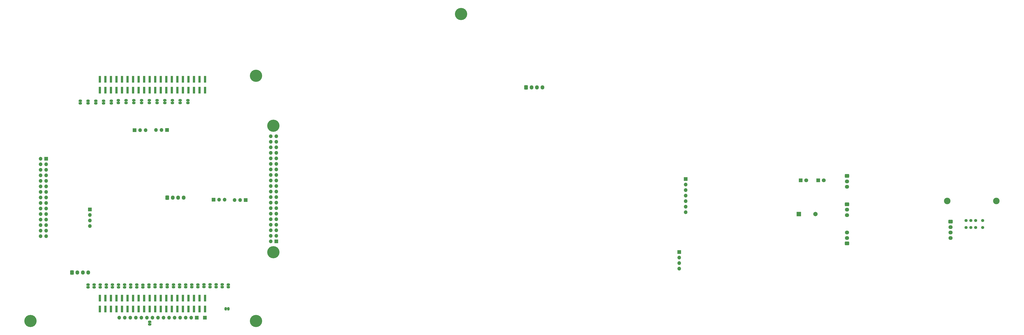
<source format=gbr>
%TF.GenerationSoftware,KiCad,Pcbnew,8.0.3-8.0.3-0~ubuntu22.04.1*%
%TF.CreationDate,2024-07-11T11:22:04+05:30*%
%TF.ProjectId,DUT_Interface_board_v0.2,4455545f-496e-4746-9572-666163655f62,rev?*%
%TF.SameCoordinates,Original*%
%TF.FileFunction,Copper,L4,Bot*%
%TF.FilePolarity,Positive*%
%FSLAX46Y46*%
G04 Gerber Fmt 4.6, Leading zero omitted, Abs format (unit mm)*
G04 Created by KiCad (PCBNEW 8.0.3-8.0.3-0~ubuntu22.04.1) date 2024-07-11 11:22:04*
%MOMM*%
%LPD*%
G01*
G04 APERTURE LIST*
G04 Aperture macros list*
%AMRoundRect*
0 Rectangle with rounded corners*
0 $1 Rounding radius*
0 $2 $3 $4 $5 $6 $7 $8 $9 X,Y pos of 4 corners*
0 Add a 4 corners polygon primitive as box body*
4,1,4,$2,$3,$4,$5,$6,$7,$8,$9,$2,$3,0*
0 Add four circle primitives for the rounded corners*
1,1,$1+$1,$2,$3*
1,1,$1+$1,$4,$5*
1,1,$1+$1,$6,$7*
1,1,$1+$1,$8,$9*
0 Add four rect primitives between the rounded corners*
20,1,$1+$1,$2,$3,$4,$5,0*
20,1,$1+$1,$4,$5,$6,$7,0*
20,1,$1+$1,$6,$7,$8,$9,0*
20,1,$1+$1,$8,$9,$2,$3,0*%
%AMFreePoly0*
4,1,19,0.500000,-0.750000,0.000000,-0.750000,0.000000,-0.744911,-0.071157,-0.744911,-0.207708,-0.704816,-0.327430,-0.627875,-0.420627,-0.520320,-0.479746,-0.390866,-0.500000,-0.250000,-0.500000,0.250000,-0.479746,0.390866,-0.420627,0.520320,-0.327430,0.627875,-0.207708,0.704816,-0.071157,0.744911,0.000000,0.744911,0.000000,0.750000,0.500000,0.750000,0.500000,-0.750000,0.500000,-0.750000,
$1*%
%AMFreePoly1*
4,1,19,0.000000,0.744911,0.071157,0.744911,0.207708,0.704816,0.327430,0.627875,0.420627,0.520320,0.479746,0.390866,0.500000,0.250000,0.500000,-0.250000,0.479746,-0.390866,0.420627,-0.520320,0.327430,-0.627875,0.207708,-0.704816,0.071157,-0.744911,0.000000,-0.744911,0.000000,-0.750000,-0.500000,-0.750000,-0.500000,0.750000,0.000000,0.750000,0.000000,0.744911,0.000000,0.744911,
$1*%
G04 Aperture macros list end*
%TA.AperFunction,EtchedComponent*%
%ADD10C,0.000000*%
%TD*%
%TA.AperFunction,ComponentPad*%
%ADD11RoundRect,0.250000X-0.600000X-0.725000X0.600000X-0.725000X0.600000X0.725000X-0.600000X0.725000X0*%
%TD*%
%TA.AperFunction,ComponentPad*%
%ADD12O,1.700000X1.950000*%
%TD*%
%TA.AperFunction,ComponentPad*%
%ADD13C,1.400000*%
%TD*%
%TA.AperFunction,ComponentPad*%
%ADD14C,5.600000*%
%TD*%
%TA.AperFunction,ComponentPad*%
%ADD15R,1.700000X1.700000*%
%TD*%
%TA.AperFunction,ComponentPad*%
%ADD16O,1.700000X1.700000*%
%TD*%
%TA.AperFunction,ComponentPad*%
%ADD17R,1.800000X1.800000*%
%TD*%
%TA.AperFunction,ComponentPad*%
%ADD18C,1.800000*%
%TD*%
%TA.AperFunction,ComponentPad*%
%ADD19RoundRect,0.250000X-0.725000X0.600000X-0.725000X-0.600000X0.725000X-0.600000X0.725000X0.600000X0*%
%TD*%
%TA.AperFunction,ComponentPad*%
%ADD20O,1.950000X1.700000*%
%TD*%
%TA.AperFunction,ComponentPad*%
%ADD21C,3.000000*%
%TD*%
%TA.AperFunction,ComponentPad*%
%ADD22RoundRect,0.250000X0.725000X-0.600000X0.725000X0.600000X-0.725000X0.600000X-0.725000X-0.600000X0*%
%TD*%
%TA.AperFunction,ComponentPad*%
%ADD23R,2.000000X2.000000*%
%TD*%
%TA.AperFunction,ComponentPad*%
%ADD24C,2.000000*%
%TD*%
%TA.AperFunction,SMDPad,CuDef*%
%ADD25FreePoly0,270.000000*%
%TD*%
%TA.AperFunction,SMDPad,CuDef*%
%ADD26FreePoly1,270.000000*%
%TD*%
%TA.AperFunction,SMDPad,CuDef*%
%ADD27R,1.000000X3.150000*%
%TD*%
%TA.AperFunction,SMDPad,CuDef*%
%ADD28FreePoly0,90.000000*%
%TD*%
%TA.AperFunction,SMDPad,CuDef*%
%ADD29FreePoly1,90.000000*%
%TD*%
%TA.AperFunction,SMDPad,CuDef*%
%ADD30FreePoly0,180.000000*%
%TD*%
%TA.AperFunction,SMDPad,CuDef*%
%ADD31FreePoly1,180.000000*%
%TD*%
G04 APERTURE END LIST*
D10*
%TA.AperFunction,EtchedComponent*%
%TO.C,JP51*%
G36*
X129848544Y-131760800D02*
G01*
X129248544Y-131760800D01*
X129248544Y-131260800D01*
X129848544Y-131260800D01*
X129848544Y-131760800D01*
G37*
%TD.AperFunction*%
%TA.AperFunction,EtchedComponent*%
%TO.C,JP75*%
G36*
X168994448Y-131704200D02*
G01*
X168394448Y-131704200D01*
X168394448Y-131204200D01*
X168994448Y-131204200D01*
X168994448Y-131704200D01*
G37*
%TD.AperFunction*%
%TA.AperFunction,EtchedComponent*%
%TO.C,JP60*%
G36*
X150282400Y-47102600D02*
G01*
X149682400Y-47102600D01*
X149682400Y-46602600D01*
X150282400Y-46602600D01*
X150282400Y-47102600D01*
G37*
%TD.AperFunction*%
%TA.AperFunction,EtchedComponent*%
%TO.C,JP58*%
G36*
X157382400Y-47102600D02*
G01*
X156782400Y-47102600D01*
X156782400Y-46602600D01*
X157382400Y-46602600D01*
X157382400Y-47102600D01*
G37*
%TD.AperFunction*%
%TA.AperFunction,EtchedComponent*%
%TO.C,JP66*%
G36*
X129333400Y-47331200D02*
G01*
X128733400Y-47331200D01*
X128733400Y-46831200D01*
X129333400Y-46831200D01*
X129333400Y-47331200D01*
G37*
%TD.AperFunction*%
%TA.AperFunction,EtchedComponent*%
%TO.C,JP68*%
G36*
X122233400Y-47331200D02*
G01*
X121633400Y-47331200D01*
X121633400Y-46831200D01*
X122233400Y-46831200D01*
X122233400Y-47331200D01*
G37*
%TD.AperFunction*%
%TA.AperFunction,EtchedComponent*%
%TO.C,JP67*%
G36*
X125783400Y-47331200D02*
G01*
X125183400Y-47331200D01*
X125183400Y-46831200D01*
X125783400Y-46831200D01*
X125783400Y-47331200D01*
G37*
%TD.AperFunction*%
%TA.AperFunction,EtchedComponent*%
%TO.C,JP80*%
G36*
X155013768Y-131714600D02*
G01*
X154413768Y-131714600D01*
X154413768Y-131214600D01*
X155013768Y-131214600D01*
X155013768Y-131714600D01*
G37*
%TD.AperFunction*%
%TA.AperFunction,EtchedComponent*%
%TO.C,JP56*%
G36*
X164482400Y-47102600D02*
G01*
X163882400Y-47102600D01*
X163882400Y-46602600D01*
X164482400Y-46602600D01*
X164482400Y-47102600D01*
G37*
%TD.AperFunction*%
%TA.AperFunction,EtchedComponent*%
%TO.C,JP65*%
G36*
X132532400Y-47102600D02*
G01*
X131932400Y-47102600D01*
X131932400Y-46602600D01*
X132532400Y-46602600D01*
X132532400Y-47102600D01*
G37*
%TD.AperFunction*%
%TA.AperFunction,EtchedComponent*%
%TO.C,JP55*%
G36*
X118664000Y-131760800D02*
G01*
X118064000Y-131760800D01*
X118064000Y-131260800D01*
X118664000Y-131260800D01*
X118664000Y-131760800D01*
G37*
%TD.AperFunction*%
%TA.AperFunction,EtchedComponent*%
%TO.C,JP49*%
G36*
X135440816Y-131760800D02*
G01*
X134840816Y-131760800D01*
X134840816Y-131260800D01*
X135440816Y-131260800D01*
X135440816Y-131760800D01*
G37*
%TD.AperFunction*%
%TA.AperFunction,EtchedComponent*%
%TO.C,JP16*%
G36*
X182353000Y-142311400D02*
G01*
X181853000Y-142311400D01*
X181853000Y-141711400D01*
X182353000Y-141711400D01*
X182353000Y-142311400D01*
G37*
%TD.AperFunction*%
%TA.AperFunction,EtchedComponent*%
%TO.C,JP78*%
G36*
X160606040Y-131714600D02*
G01*
X160006040Y-131714600D01*
X160006040Y-131214600D01*
X160606040Y-131214600D01*
X160606040Y-131714600D01*
G37*
%TD.AperFunction*%
%TA.AperFunction,EtchedComponent*%
%TO.C,JP15*%
G36*
X146908800Y-148855000D02*
G01*
X146308800Y-148855000D01*
X146308800Y-148355000D01*
X146908800Y-148355000D01*
X146908800Y-148855000D01*
G37*
%TD.AperFunction*%
%TA.AperFunction,EtchedComponent*%
%TO.C,JP57*%
G36*
X160932400Y-47102600D02*
G01*
X160332400Y-47102600D01*
X160332400Y-46602600D01*
X160932400Y-46602600D01*
X160932400Y-47102600D01*
G37*
%TD.AperFunction*%
%TA.AperFunction,EtchedComponent*%
%TO.C,JP71*%
G36*
X182975128Y-131699600D02*
G01*
X182375128Y-131699600D01*
X182375128Y-131199600D01*
X182975128Y-131199600D01*
X182975128Y-131699600D01*
G37*
%TD.AperFunction*%
%TA.AperFunction,EtchedComponent*%
%TO.C,JP87*%
G36*
X146625360Y-131714600D02*
G01*
X146025360Y-131714600D01*
X146025360Y-131214600D01*
X146625360Y-131214600D01*
X146625360Y-131714600D01*
G37*
%TD.AperFunction*%
%TA.AperFunction,EtchedComponent*%
%TO.C,JP86*%
G36*
X149421496Y-131714600D02*
G01*
X148821496Y-131714600D01*
X148821496Y-131214600D01*
X149421496Y-131214600D01*
X149421496Y-131714600D01*
G37*
%TD.AperFunction*%
%TA.AperFunction,EtchedComponent*%
%TO.C,JP54*%
G36*
X121460136Y-131760800D02*
G01*
X120860136Y-131760800D01*
X120860136Y-131260800D01*
X121460136Y-131260800D01*
X121460136Y-131760800D01*
G37*
%TD.AperFunction*%
%TA.AperFunction,EtchedComponent*%
%TO.C,JP72*%
G36*
X180178992Y-131689200D02*
G01*
X179578992Y-131689200D01*
X179578992Y-131189200D01*
X180178992Y-131189200D01*
X180178992Y-131689200D01*
G37*
%TD.AperFunction*%
%TA.AperFunction,EtchedComponent*%
%TO.C,JP73*%
G36*
X177382856Y-131689200D02*
G01*
X176782856Y-131689200D01*
X176782856Y-131189200D01*
X177382856Y-131189200D01*
X177382856Y-131689200D01*
G37*
%TD.AperFunction*%
%TA.AperFunction,EtchedComponent*%
%TO.C,JP59*%
G36*
X153832400Y-47102600D02*
G01*
X153232400Y-47102600D01*
X153232400Y-46602600D01*
X153832400Y-46602600D01*
X153832400Y-47102600D01*
G37*
%TD.AperFunction*%
%TA.AperFunction,EtchedComponent*%
%TO.C,JP61*%
G36*
X146732400Y-47102600D02*
G01*
X146132400Y-47102600D01*
X146132400Y-46602600D01*
X146732400Y-46602600D01*
X146732400Y-47102600D01*
G37*
%TD.AperFunction*%
%TA.AperFunction,EtchedComponent*%
%TO.C,JP85*%
G36*
X143829224Y-131811600D02*
G01*
X143229224Y-131811600D01*
X143229224Y-131311600D01*
X143829224Y-131311600D01*
X143829224Y-131811600D01*
G37*
%TD.AperFunction*%
%TA.AperFunction,EtchedComponent*%
%TO.C,JP70*%
G36*
X115133400Y-47331200D02*
G01*
X114533400Y-47331200D01*
X114533400Y-46831200D01*
X115133400Y-46831200D01*
X115133400Y-47331200D01*
G37*
%TD.AperFunction*%
%TA.AperFunction,EtchedComponent*%
%TO.C,JP62*%
G36*
X143182400Y-47102600D02*
G01*
X142582400Y-47102600D01*
X142582400Y-46602600D01*
X143182400Y-46602600D01*
X143182400Y-47102600D01*
G37*
%TD.AperFunction*%
%TA.AperFunction,EtchedComponent*%
%TO.C,JP50*%
G36*
X132644680Y-131760800D02*
G01*
X132044680Y-131760800D01*
X132044680Y-131260800D01*
X132644680Y-131260800D01*
X132644680Y-131760800D01*
G37*
%TD.AperFunction*%
%TA.AperFunction,EtchedComponent*%
%TO.C,JP53*%
G36*
X124256272Y-131760800D02*
G01*
X123656272Y-131760800D01*
X123656272Y-131260800D01*
X124256272Y-131260800D01*
X124256272Y-131760800D01*
G37*
%TD.AperFunction*%
%TA.AperFunction,EtchedComponent*%
%TO.C,JP63*%
G36*
X139632400Y-47102600D02*
G01*
X139032400Y-47102600D01*
X139032400Y-46602600D01*
X139632400Y-46602600D01*
X139632400Y-47102600D01*
G37*
%TD.AperFunction*%
%TA.AperFunction,EtchedComponent*%
%TO.C,JP52*%
G36*
X127052408Y-131760800D02*
G01*
X126452408Y-131760800D01*
X126452408Y-131260800D01*
X127052408Y-131260800D01*
X127052408Y-131760800D01*
G37*
%TD.AperFunction*%
%TA.AperFunction,EtchedComponent*%
%TO.C,JP14*%
G36*
X171790584Y-131663800D02*
G01*
X171190584Y-131663800D01*
X171190584Y-131163800D01*
X171790584Y-131163800D01*
X171790584Y-131663800D01*
G37*
%TD.AperFunction*%
%TA.AperFunction,EtchedComponent*%
%TO.C,JP77*%
G36*
X163402176Y-131714600D02*
G01*
X162802176Y-131714600D01*
X162802176Y-131214600D01*
X163402176Y-131214600D01*
X163402176Y-131714600D01*
G37*
%TD.AperFunction*%
%TA.AperFunction,EtchedComponent*%
%TO.C,JP74*%
G36*
X174586720Y-131689200D02*
G01*
X173986720Y-131689200D01*
X173986720Y-131189200D01*
X174586720Y-131189200D01*
X174586720Y-131689200D01*
G37*
%TD.AperFunction*%
%TA.AperFunction,EtchedComponent*%
%TO.C,JP81*%
G36*
X152217632Y-131714600D02*
G01*
X151617632Y-131714600D01*
X151617632Y-131214600D01*
X152217632Y-131214600D01*
X152217632Y-131714600D01*
G37*
%TD.AperFunction*%
%TA.AperFunction,EtchedComponent*%
%TO.C,JP76*%
G36*
X166198312Y-131704200D02*
G01*
X165598312Y-131704200D01*
X165598312Y-131204200D01*
X166198312Y-131204200D01*
X166198312Y-131704200D01*
G37*
%TD.AperFunction*%
%TA.AperFunction,EtchedComponent*%
%TO.C,JP69*%
G36*
X118683400Y-47331200D02*
G01*
X118083400Y-47331200D01*
X118083400Y-46831200D01*
X118683400Y-46831200D01*
X118683400Y-47331200D01*
G37*
%TD.AperFunction*%
%TA.AperFunction,EtchedComponent*%
%TO.C,JP48*%
G36*
X138236952Y-131760800D02*
G01*
X137636952Y-131760800D01*
X137636952Y-131260800D01*
X138236952Y-131260800D01*
X138236952Y-131760800D01*
G37*
%TD.AperFunction*%
%TA.AperFunction,EtchedComponent*%
%TO.C,JP79*%
G36*
X157809904Y-131714600D02*
G01*
X157209904Y-131714600D01*
X157209904Y-131214600D01*
X157809904Y-131214600D01*
X157809904Y-131714600D01*
G37*
%TD.AperFunction*%
%TA.AperFunction,EtchedComponent*%
%TO.C,JP47*%
G36*
X141033088Y-131760800D02*
G01*
X140433088Y-131760800D01*
X140433088Y-131260800D01*
X141033088Y-131260800D01*
X141033088Y-131760800D01*
G37*
%TD.AperFunction*%
%TA.AperFunction,EtchedComponent*%
%TO.C,JP64*%
G36*
X136082400Y-47102600D02*
G01*
X135482400Y-47102600D01*
X135482400Y-46602600D01*
X136082400Y-46602600D01*
X136082400Y-47102600D01*
G37*
%TD.AperFunction*%
%TD*%
D11*
%TO.P,J17,1,Pin_1*%
%TO.N,+3V3*%
X110950000Y-125310000D03*
D12*
%TO.P,J17,2,Pin_2*%
%TO.N,/RP2040_basic_schema/TX*%
X113450000Y-125310000D03*
%TO.P,J17,3,Pin_3*%
%TO.N,/RP2040_basic_schema/RX*%
X115950000Y-125310000D03*
%TO.P,J17,4,Pin_4*%
%TO.N,GND*%
X118450000Y-125310000D03*
%TD*%
D13*
%TO.P,K1,1*%
%TO.N,VSYS*%
X528700000Y-101500000D03*
%TO.P,K1,2*%
%TO.N,/PP_OUT*%
X525500000Y-101500000D03*
%TO.P,K1,3*%
%TO.N,Net-(F1-Pad1)*%
X523300000Y-101500000D03*
%TO.P,K1,4*%
%TO.N,+3.6V*%
X521100000Y-101500000D03*
%TO.P,K1,5*%
%TO.N,GND*%
X521100000Y-104700000D03*
%TO.P,K1,6*%
%TO.N,/pwr_GND*%
X523300000Y-104700000D03*
%TO.P,K1,7*%
%TO.N,/PP_GND*%
X525500000Y-104700000D03*
%TO.P,K1,8*%
%TO.N,Net-(D1-A)*%
X528700000Y-104700000D03*
%TD*%
D11*
%TO.P,J10,1,Pin_1*%
%TO.N,/sens_SCL_ext*%
X319292500Y-40320000D03*
D12*
%TO.P,J10,2,Pin_2*%
%TO.N,/sens_SDA_ext*%
X321792500Y-40320000D03*
%TO.P,J10,3,Pin_3*%
%TO.N,/V_I2C*%
X324292500Y-40320000D03*
%TO.P,J10,4,Pin_4*%
%TO.N,GND*%
X326792500Y-40320000D03*
%TD*%
D14*
%TO.P,H1,1,1*%
%TO.N,unconnected-(H1-Pad1)*%
X289468000Y-6606600D03*
%TD*%
D11*
%TO.P,J19,1,Pin_1*%
%TO.N,+3V3*%
X154679000Y-90982800D03*
D12*
%TO.P,J19,2,Pin_2*%
%TO.N,/RP2040_basic_schema1/TX*%
X157179000Y-90982800D03*
%TO.P,J19,3,Pin_3*%
%TO.N,/RP2040_basic_schema1/RX*%
X159679000Y-90982800D03*
%TO.P,J19,4,Pin_4*%
%TO.N,GND*%
X162179000Y-90982800D03*
%TD*%
D15*
%TO.P,J5,1,Pin_1*%
%TO.N,GNDA*%
X99160000Y-73090000D03*
D16*
%TO.P,J5,2,Pin_2*%
%TO.N,/1+*%
X96620000Y-73090000D03*
%TO.P,J5,3,Pin_3*%
%TO.N,GNDA*%
X99160000Y-75630000D03*
%TO.P,J5,4,Pin_4*%
%TO.N,/2+*%
X96620000Y-75630000D03*
%TO.P,J5,5,Pin_5*%
%TO.N,GND*%
X99160000Y-78170000D03*
%TO.P,J5,6,Pin_6*%
X96620000Y-78170000D03*
%TO.P,J5,7,Pin_7*%
%TO.N,/V-*%
X99160000Y-80710000D03*
%TO.P,J5,8,Pin_8*%
%TO.N,/V+*%
X96620000Y-80710000D03*
%TO.P,J5,9,Pin_9*%
%TO.N,/W2*%
X99160000Y-83250000D03*
%TO.P,J5,10,Pin_10*%
%TO.N,/W1*%
X96620000Y-83250000D03*
%TO.P,J5,11,Pin_11*%
%TO.N,GND*%
X99160000Y-85790000D03*
%TO.P,J5,12,Pin_12*%
X96620000Y-85790000D03*
%TO.P,J5,13,Pin_13*%
%TO.N,/T2*%
X99160000Y-88330000D03*
%TO.P,J5,14,Pin_14*%
%TO.N,/T1*%
X96620000Y-88330000D03*
%TO.P,J5,15,Pin_15*%
%TO.N,/DIO8*%
X99160000Y-90870000D03*
%TO.P,J5,16,Pin_16*%
%TO.N,/DIO0*%
X96620000Y-90870000D03*
%TO.P,J5,17,Pin_17*%
%TO.N,/DIO9*%
X99160000Y-93410000D03*
%TO.P,J5,18,Pin_18*%
%TO.N,/DIO1*%
X96620000Y-93410000D03*
%TO.P,J5,19,Pin_19*%
%TO.N,/DIO10*%
X99160000Y-95950000D03*
%TO.P,J5,20,Pin_20*%
%TO.N,/DIO2*%
X96620000Y-95950000D03*
%TO.P,J5,21,Pin_21*%
%TO.N,/DIO11*%
X99160000Y-98490000D03*
%TO.P,J5,22,Pin_22*%
%TO.N,/DIO3*%
X96620000Y-98490000D03*
%TO.P,J5,23,Pin_23*%
%TO.N,/DIO12*%
X99160000Y-101030000D03*
%TO.P,J5,24,Pin_24*%
%TO.N,/DIO4*%
X96620000Y-101030000D03*
%TO.P,J5,25,Pin_25*%
%TO.N,/DIO13*%
X99160000Y-103570000D03*
%TO.P,J5,26,Pin_26*%
%TO.N,/DIO5*%
X96620000Y-103570000D03*
%TO.P,J5,27,Pin_27*%
%TO.N,/DIO14*%
X99160000Y-106110000D03*
%TO.P,J5,28,Pin_28*%
%TO.N,/DIO6*%
X96620000Y-106110000D03*
%TO.P,J5,29,Pin_29*%
%TO.N,/DIO15*%
X99160000Y-108650000D03*
%TO.P,J5,30,Pin_30*%
%TO.N,/DIO7*%
X96620000Y-108650000D03*
%TD*%
D14*
%TO.P,H2,1,1*%
%TO.N,unconnected-(H2-Pad1)*%
X203395000Y-116030000D03*
%TD*%
%TO.P,H3,1,1*%
%TO.N,unconnected-(H3-Pad1)*%
X203370000Y-57928221D03*
%TD*%
%TO.P,H5,1,1*%
%TO.N,unconnected-(H5-Pad1)*%
X195376800Y-147574000D03*
%TD*%
D15*
%TO.P,J4,1,3V3*%
%TO.N,unconnected-(J4-3V3-Pad1)*%
X204670000Y-111070000D03*
D16*
%TO.P,J4,2,5V*%
%TO.N,RPi_5V*%
X202130000Y-111070000D03*
%TO.P,J4,3,SDA/GPIO2*%
%TO.N,Net-(J4-SDA{slash}GPIO2)*%
X204670000Y-108530000D03*
%TO.P,J4,4,5V*%
%TO.N,RPi_5V*%
X202130000Y-108530000D03*
%TO.P,J4,5,SCL/GPIO3*%
%TO.N,Net-(J4-SCL{slash}GPIO3)*%
X204670000Y-105990000D03*
%TO.P,J4,6,GND*%
%TO.N,GND*%
X202130000Y-105990000D03*
%TO.P,J4,7,GCLK0/GPIO4*%
%TO.N,unconnected-(J4-GCLK0{slash}GPIO4-Pad7)*%
X204670000Y-103450000D03*
%TO.P,J4,8,GPIO14/TXD*%
%TO.N,/PicoA_RX0_OUT*%
X202130000Y-103450000D03*
%TO.P,J4,9,GND*%
%TO.N,GND*%
X204670000Y-100910000D03*
%TO.P,J4,10,GPIO15/RXD*%
%TO.N,/PicoA_TX0_OUT*%
X202130000Y-100910000D03*
%TO.P,J4,11,GPIO17*%
%TO.N,unconnected-(J4-GPIO17-Pad11)*%
X204670000Y-98370000D03*
%TO.P,J4,12,GPIO18/PWM0*%
%TO.N,Net-(J4-GPIO18{slash}PWM0)*%
X202130000Y-98370000D03*
%TO.P,J4,13,GPIO27*%
%TO.N,Net-(J4-GPIO27)*%
X204670000Y-95830000D03*
%TO.P,J4,14,GND*%
%TO.N,GND*%
X202130000Y-95830000D03*
%TO.P,J4,15,GPIO22*%
%TO.N,Net-(J4-GPIO22)*%
X204670000Y-93290000D03*
%TO.P,J4,16,GPIO23*%
%TO.N,Net-(J4-GPIO23)*%
X202130000Y-93290000D03*
%TO.P,J4,17,3V3*%
%TO.N,unconnected-(J4-3V3-Pad17)*%
X204670000Y-90750000D03*
%TO.P,J4,18,GPIO24*%
%TO.N,Net-(J4-GPIO24)*%
X202130000Y-90750000D03*
%TO.P,J4,19,MOSI0/GPIO10*%
%TO.N,unconnected-(J4-MOSI0{slash}GPIO10-Pad19)*%
X204670000Y-88210000D03*
%TO.P,J4,20,GND*%
%TO.N,GND*%
X202130000Y-88210000D03*
%TO.P,J4,21,MISO0/GPIO9*%
%TO.N,unconnected-(J4-MISO0{slash}GPIO9-Pad21)*%
X204670000Y-85670000D03*
%TO.P,J4,22,GPIO25*%
%TO.N,Net-(J4-GPIO25)*%
X202130000Y-85670000D03*
%TO.P,J4,23,SCLK0/GPIO11*%
%TO.N,unconnected-(J4-SCLK0{slash}GPIO11-Pad23)*%
X204670000Y-83130000D03*
%TO.P,J4,24,~{CE0}/GPIO8*%
%TO.N,unconnected-(J4-~{CE0}{slash}GPIO8-Pad24)*%
X202130000Y-83130000D03*
%TO.P,J4,25,GND*%
%TO.N,GND*%
X204670000Y-80590000D03*
%TO.P,J4,26,~{CE1}/GPIO7*%
%TO.N,unconnected-(J4-~{CE1}{slash}GPIO7-Pad26)*%
X202130000Y-80590000D03*
%TO.P,J4,27,ID_SD/GPIO0*%
%TO.N,/PicoB_RX0_OUT*%
X204670000Y-78050000D03*
%TO.P,J4,28,ID_SC/GPIO1*%
%TO.N,/PicoB_TX0_OUT*%
X202130000Y-78050000D03*
%TO.P,J4,29,GCLK1/GPIO5*%
%TO.N,unconnected-(J4-GCLK1{slash}GPIO5-Pad29)*%
X204670000Y-75510000D03*
%TO.P,J4,30,GND*%
%TO.N,GND*%
X202130000Y-75510000D03*
%TO.P,J4,31,GCLK2/GPIO6*%
%TO.N,unconnected-(J4-GCLK2{slash}GPIO6-Pad31)*%
X204670000Y-72970000D03*
%TO.P,J4,32,PWM0/GPIO12*%
%TO.N,unconnected-(J4-PWM0{slash}GPIO12-Pad32)*%
X202130000Y-72970000D03*
%TO.P,J4,33,PWM1/GPIO13*%
%TO.N,unconnected-(J4-PWM1{slash}GPIO13-Pad33)*%
X204670000Y-70430000D03*
%TO.P,J4,34,GND*%
%TO.N,GND*%
X202130000Y-70430000D03*
%TO.P,J4,35,GPIO19/MISO1*%
%TO.N,unconnected-(J4-GPIO19{slash}MISO1-Pad35)*%
X204670000Y-67890000D03*
%TO.P,J4,36,GPIO16*%
%TO.N,unconnected-(J4-GPIO16-Pad36)*%
X202130000Y-67890000D03*
%TO.P,J4,37,GPIO26*%
%TO.N,Net-(J4-GPIO26)*%
X204670000Y-65350000D03*
%TO.P,J4,38,GPIO20/MOSI1*%
%TO.N,unconnected-(J4-GPIO20{slash}MOSI1-Pad38)*%
X202130000Y-65350000D03*
%TO.P,J4,39,GND*%
%TO.N,GND*%
X204670000Y-62810000D03*
%TO.P,J4,40,GPIO21/SCLK1*%
%TO.N,unconnected-(J4-GPIO21{slash}SCLK1-Pad40)*%
X202130000Y-62810000D03*
%TD*%
D15*
%TO.P,J18,1,Pin_1*%
%TO.N,/SWCLK*%
X154622000Y-59847800D03*
D16*
%TO.P,J18,2,Pin_2*%
%TO.N,GND*%
X152082000Y-59847800D03*
%TO.P,J18,3,Pin_3*%
%TO.N,/SWD*%
X149542000Y-59847800D03*
%TD*%
D17*
%TO.P,D5,1,K*%
%TO.N,Net-(D5-K)*%
X445285000Y-83000000D03*
D18*
%TO.P,D5,2,A*%
%TO.N,/LED_RED*%
X447825000Y-83000000D03*
%TD*%
D15*
%TO.P,J22,1,Pin_1*%
%TO.N,Net-(J22-Pin_1)*%
X171907200Y-146100800D03*
%TD*%
%TO.P,J3,1,Pin_1*%
%TO.N,/VBUS*%
X389500000Y-115960000D03*
D16*
%TO.P,J3,2,Pin_2*%
%TO.N,/2D-*%
X389500000Y-118500000D03*
%TO.P,J3,3,Pin_3*%
%TO.N,/2D+*%
X389500000Y-121040000D03*
%TO.P,J3,4,Pin_4*%
%TO.N,GND*%
X389500000Y-123580000D03*
%TD*%
D14*
%TO.P,H6,1,1*%
%TO.N,unconnected-(H6-Pad1)*%
X195376800Y-35026600D03*
%TD*%
%TO.P,H4,1,1*%
%TO.N,unconnected-(H4-Pad1)*%
X91948000Y-147574000D03*
%TD*%
D15*
%TO.P,J24,1,Pin_1*%
%TO.N,Net-(J24-Pin_1)*%
X139692000Y-59997800D03*
D16*
%TO.P,J24,2,Pin_2*%
%TO.N,/MCU2_RESET*%
X142232000Y-59997800D03*
%TO.P,J24,3,Pin_3*%
%TO.N,Net-(J24-Pin_3)*%
X144772000Y-59997800D03*
%TD*%
D15*
%TO.P,J23,1,Pin_1*%
%TO.N,Net-(J23-Pin_1)*%
X175964900Y-91918600D03*
D16*
%TO.P,J23,2,Pin_2*%
%TO.N,/MCU1_RESET*%
X178504900Y-91918600D03*
%TO.P,J23,3,Pin_3*%
%TO.N,Net-(J23-Pin_3)*%
X181044900Y-91918600D03*
%TD*%
D15*
%TO.P,J1,1,Pin_1*%
%TO.N,/VBUS*%
X119204600Y-96413400D03*
D16*
%TO.P,J1,2,Pin_2*%
%TO.N,/1D-*%
X119204600Y-98953400D03*
%TO.P,J1,3,Pin_3*%
%TO.N,/1D+*%
X119204600Y-101493400D03*
%TO.P,J1,4,Pin_4*%
%TO.N,GND*%
X119204600Y-104033400D03*
%TD*%
D15*
%TO.P,J9,1,Pin_1*%
%TO.N,Net-(J22-Pin_1)*%
X168182000Y-146100800D03*
D16*
%TO.P,J9,2,Pin_2*%
%TO.N,unconnected-(J9-Pin_2-Pad2)*%
X165642000Y-146100800D03*
%TO.P,J9,3,Pin_3*%
%TO.N,Net-(J25-Pin_2)*%
X163102000Y-146100800D03*
%TO.P,J9,4,Pin_4*%
%TO.N,Net-(J25-Pin_4)*%
X160562000Y-146100800D03*
%TO.P,J9,5,Pin_5*%
%TO.N,unconnected-(J9-Pin_5-Pad5)*%
X158022000Y-146100800D03*
%TO.P,J9,6,Pin_6*%
%TO.N,Net-(J20-Pin_2)*%
X155482000Y-146100800D03*
%TO.P,J9,7,Pin_7*%
%TO.N,Net-(J20-Pin_4)*%
X152942000Y-146100800D03*
%TO.P,J9,8,Pin_8*%
%TO.N,Net-(J20-Pin_6)*%
X150402000Y-146100800D03*
%TO.P,J9,9,Pin_9*%
%TO.N,Net-(J20-Pin_8)*%
X147862000Y-146100800D03*
%TO.P,J9,10,Pin_10*%
%TO.N,Net-(J20-Pin_10)*%
X145322000Y-146100800D03*
%TO.P,J9,11,Pin_11*%
%TO.N,Net-(J20-Pin_12)*%
X142782000Y-146100800D03*
%TO.P,J9,12,Pin_12*%
%TO.N,Net-(J20-Pin_14)*%
X140242000Y-146100800D03*
%TO.P,J9,13,Pin_13*%
%TO.N,Net-(J20-Pin_16)*%
X137702000Y-146100800D03*
%TO.P,J9,14,Pin_14*%
%TO.N,unconnected-(J9-Pin_14-Pad14)*%
X135162000Y-146100800D03*
%TO.P,J9,15,Pin_15*%
%TO.N,GND*%
X132622000Y-146100800D03*
%TD*%
D19*
%TO.P,J12,1,Pin_1*%
%TO.N,VSYS*%
X466500000Y-94000000D03*
D20*
%TO.P,J12,2,Pin_2*%
%TO.N,/R_Servo*%
X466500000Y-96500000D03*
%TO.P,J12,3,Pin_3*%
%TO.N,GND*%
X466500000Y-99000000D03*
%TD*%
D17*
%TO.P,D6,1,K*%
%TO.N,Net-(D6-K)*%
X453285000Y-83000000D03*
D18*
%TO.P,D6,2,A*%
%TO.N,/LED_GREEN*%
X455825000Y-83000000D03*
%TD*%
D15*
%TO.P,J16,1,Pin_1*%
%TO.N,/SWCLK*%
X190642400Y-92033600D03*
D16*
%TO.P,J16,2,Pin_2*%
%TO.N,GND*%
X188102400Y-92033600D03*
%TO.P,J16,3,Pin_3*%
%TO.N,/SWD*%
X185562400Y-92033600D03*
%TD*%
D19*
%TO.P,J2,1,Pin_1*%
%TO.N,/PP_GND*%
X514000000Y-102000000D03*
D20*
%TO.P,J2,2,Pin_2*%
%TO.N,/PP_OUT*%
X514000000Y-104500000D03*
%TO.P,J2,3,Pin_3*%
%TO.N,/PP_IN*%
X514000000Y-107000000D03*
%TO.P,J2,4,Pin_4*%
%TO.N,/PP_GND*%
X514000000Y-109500000D03*
%TD*%
D21*
%TO.P,F1,1*%
%TO.N,Net-(F1-Pad1)*%
X535000000Y-92500000D03*
%TO.P,F1,2*%
%TO.N,/shunt_+*%
X512500000Y-92500000D03*
%TD*%
D15*
%TO.P,J6,1,Pin_1*%
%TO.N,VSYS*%
X392542500Y-82425000D03*
D16*
%TO.P,J6,2,Pin_2*%
%TO.N,GND*%
X392542500Y-84965000D03*
%TO.P,J6,3,Pin_3*%
%TO.N,+3V3*%
X392542500Y-87505000D03*
%TO.P,J6,4,Pin_4*%
%TO.N,/sens_SCL_ext*%
X392542500Y-90045000D03*
%TO.P,J6,5,Pin_5*%
%TO.N,/sens_SDA_ext*%
X392542500Y-92585000D03*
%TO.P,J6,6,Pin_6*%
%TO.N,/clr_sens_INT*%
X392542500Y-95125000D03*
%TO.P,J6,7,Pin_7*%
%TO.N,/clr_sens_LED*%
X392542500Y-97665000D03*
%TD*%
D22*
%TO.P,J11,1,Pin_1*%
%TO.N,+3V3*%
X466500000Y-112000000D03*
D20*
%TO.P,J11,2,Pin_2*%
%TO.N,Net-(J11-Pin_2)*%
X466500000Y-109500000D03*
%TO.P,J11,3,Pin_3*%
%TO.N,GND*%
X466500000Y-107000000D03*
%TD*%
D19*
%TO.P,J13,1,Pin_1*%
%TO.N,VSYS*%
X466500000Y-81000000D03*
D20*
%TO.P,J13,2,Pin_2*%
%TO.N,/B_Servo*%
X466500000Y-83500000D03*
%TO.P,J13,3,Pin_3*%
%TO.N,GND*%
X466500000Y-86000000D03*
%TD*%
D23*
%TO.P,BZ1,1,+*%
%TO.N,VSYS*%
X444423431Y-98470000D03*
D24*
%TO.P,BZ1,2,-*%
%TO.N,Net-(BZ1--)*%
X452023431Y-98470000D03*
%TD*%
D25*
%TO.P,JP51,1,A*%
%TO.N,/dig_5*%
X129548544Y-130860800D03*
D26*
%TO.P,JP51,2,B*%
%TO.N,Net-(J14-Pin_32)*%
X129548544Y-132160800D03*
%TD*%
D27*
%TO.P,J14,1,Pin_1*%
%TO.N,Net-(J14-Pin_1)*%
X171986000Y-142117600D03*
%TO.P,J14,2,Pin_2*%
%TO.N,Net-(J14-Pin_2)*%
X171986000Y-137067600D03*
%TO.P,J14,3,Pin_3*%
%TO.N,Net-(J14-Pin_3)*%
X169446000Y-142117600D03*
%TO.P,J14,4,Pin_4*%
%TO.N,Net-(J14-Pin_4)*%
X169446000Y-137067600D03*
%TO.P,J14,5,Pin_5*%
%TO.N,Net-(J14-Pin_5)*%
X166906000Y-142117600D03*
%TO.P,J14,6,Pin_6*%
%TO.N,Net-(J14-Pin_6)*%
X166906000Y-137067600D03*
%TO.P,J14,7,Pin_7*%
%TO.N,Net-(J14-Pin_7)*%
X164366000Y-142117600D03*
%TO.P,J14,8,Pin_8*%
%TO.N,Net-(J14-Pin_8)*%
X164366000Y-137067600D03*
%TO.P,J14,9,Pin_9*%
%TO.N,Net-(J14-Pin_9)*%
X161826000Y-142117600D03*
%TO.P,J14,10,Pin_10*%
%TO.N,Net-(J14-Pin_10)*%
X161826000Y-137067600D03*
%TO.P,J14,11,Pin_11*%
%TO.N,unconnected-(J14-Pin_11-Pad11)*%
X159286000Y-142117600D03*
%TO.P,J14,12,Pin_12*%
%TO.N,Net-(J14-Pin_12)*%
X159286000Y-137067600D03*
%TO.P,J14,13,Pin_13*%
%TO.N,unconnected-(J14-Pin_13-Pad13)*%
X156746000Y-142117600D03*
%TO.P,J14,14,Pin_14*%
%TO.N,Net-(J14-Pin_14)*%
X156746000Y-137067600D03*
%TO.P,J14,15,Pin_15*%
%TO.N,unconnected-(J14-Pin_15-Pad15)*%
X154206000Y-142117600D03*
%TO.P,J14,16,Pin_16*%
%TO.N,Net-(J14-Pin_16)*%
X154206000Y-137067600D03*
%TO.P,J14,17,Pin_17*%
%TO.N,unconnected-(J14-Pin_17-Pad17)*%
X151666000Y-142117600D03*
%TO.P,J14,18,Pin_18*%
%TO.N,Net-(J14-Pin_18)*%
X151666000Y-137067600D03*
%TO.P,J14,19,Pin_19*%
%TO.N,unconnected-(J14-Pin_19-Pad19)*%
X149126000Y-142117600D03*
%TO.P,J14,20,Pin_20*%
%TO.N,Net-(J14-Pin_20)*%
X149126000Y-137067600D03*
%TO.P,J14,21,Pin_21*%
%TO.N,Net-(J14-Pin_21)*%
X146586000Y-142117600D03*
%TO.P,J14,22,Pin_22*%
%TO.N,Net-(J14-Pin_22)*%
X146586000Y-137067600D03*
%TO.P,J14,23,Pin_23*%
%TO.N,unconnected-(J14-Pin_23-Pad23)*%
X144046000Y-142117600D03*
%TO.P,J14,24,Pin_24*%
%TO.N,Net-(J14-Pin_24)*%
X144046000Y-137067600D03*
%TO.P,J14,25,Pin_25*%
%TO.N,unconnected-(J14-Pin_25-Pad25)*%
X141506000Y-142117600D03*
%TO.P,J14,26,Pin_26*%
%TO.N,Net-(J14-Pin_26)*%
X141506000Y-137067600D03*
%TO.P,J14,27,Pin_27*%
%TO.N,/DIO0*%
X138966000Y-142117600D03*
%TO.P,J14,28,Pin_28*%
%TO.N,Net-(J14-Pin_28)*%
X138966000Y-137067600D03*
%TO.P,J14,29,Pin_29*%
%TO.N,/DIO1*%
X136426000Y-142117600D03*
%TO.P,J14,30,Pin_30*%
%TO.N,Net-(J14-Pin_30)*%
X136426000Y-137067600D03*
%TO.P,J14,31,Pin_31*%
%TO.N,/DIO4*%
X133886000Y-142117600D03*
%TO.P,J14,32,Pin_32*%
%TO.N,Net-(J14-Pin_32)*%
X133886000Y-137067600D03*
%TO.P,J14,33,Pin_33*%
%TO.N,/DIO5*%
X131346000Y-142117600D03*
%TO.P,J14,34,Pin_34*%
%TO.N,Net-(J14-Pin_34)*%
X131346000Y-137067600D03*
%TO.P,J14,35,Pin_35*%
%TO.N,/DIO6*%
X128806000Y-142117600D03*
%TO.P,J14,36,Pin_36*%
%TO.N,Net-(J14-Pin_36)*%
X128806000Y-137067600D03*
%TO.P,J14,37,Pin_37*%
%TO.N,/DIO3*%
X126266000Y-142117600D03*
%TO.P,J14,38,Pin_38*%
%TO.N,Net-(J14-Pin_38)*%
X126266000Y-137067600D03*
%TO.P,J14,39,Pin_39*%
%TO.N,/DIO2*%
X123726000Y-142117600D03*
%TO.P,J14,40,Pin_40*%
%TO.N,Net-(J14-Pin_40)*%
X123726000Y-137067600D03*
%TD*%
D25*
%TO.P,JP75,1,A*%
%TO.N,/dig18*%
X168694448Y-130804200D03*
D26*
%TO.P,JP75,2,B*%
%TO.N,Net-(J14-Pin_4)*%
X168694448Y-132104200D03*
%TD*%
D28*
%TO.P,JP60,1,A*%
%TO.N,/ana_11*%
X149982400Y-47502600D03*
D29*
%TO.P,JP60,2,B*%
%TO.N,Net-(J15-Pin_19)*%
X149982400Y-46202600D03*
%TD*%
D28*
%TO.P,JP58,1,A*%
%TO.N,/ana_13*%
X157082400Y-47502600D03*
D29*
%TO.P,JP58,2,B*%
%TO.N,Net-(J15-Pin_15)*%
X157082400Y-46202600D03*
%TD*%
D28*
%TO.P,JP66,1,A*%
%TO.N,/ana_5*%
X129033400Y-47731200D03*
D29*
%TO.P,JP66,2,B*%
%TO.N,Net-(J15-Pin_31)*%
X129033400Y-46431200D03*
%TD*%
D28*
%TO.P,JP68,1,A*%
%TO.N,/ana_3*%
X121933400Y-47731200D03*
D29*
%TO.P,JP68,2,B*%
%TO.N,Net-(J15-Pin_35)*%
X121933400Y-46431200D03*
%TD*%
D28*
%TO.P,JP67,1,A*%
%TO.N,/ana_4*%
X125483400Y-47731200D03*
D29*
%TO.P,JP67,2,B*%
%TO.N,Net-(J15-Pin_33)*%
X125483400Y-46431200D03*
%TD*%
D25*
%TO.P,JP80,1,A*%
%TO.N,/dig13*%
X154713768Y-130814600D03*
D26*
%TO.P,JP80,2,B*%
%TO.N,Net-(J14-Pin_14)*%
X154713768Y-132114600D03*
%TD*%
D28*
%TO.P,JP56,1,A*%
%TO.N,GNDA*%
X164182400Y-47502600D03*
D29*
%TO.P,JP56,2,B*%
%TO.N,Net-(J15-Pin_11)*%
X164182400Y-46202600D03*
%TD*%
D28*
%TO.P,JP65,1,A*%
%TO.N,/ana_6*%
X132232400Y-47502600D03*
D29*
%TO.P,JP65,2,B*%
%TO.N,Net-(J15-Pin_29)*%
X132232400Y-46202600D03*
%TD*%
D25*
%TO.P,JP55,1,A*%
%TO.N,/dig_1*%
X118364000Y-130860800D03*
D26*
%TO.P,JP55,2,B*%
%TO.N,Net-(J14-Pin_40)*%
X118364000Y-132160800D03*
%TD*%
D25*
%TO.P,JP49,1,A*%
%TO.N,/dig_7*%
X135140816Y-130860800D03*
D26*
%TO.P,JP49,2,B*%
%TO.N,Net-(J14-Pin_28)*%
X135140816Y-132160800D03*
%TD*%
D27*
%TO.P,J15,1,Pin_1*%
%TO.N,unconnected-(J15-Pin_1-Pad1)*%
X171986000Y-41617600D03*
%TO.P,J15,2,Pin_2*%
%TO.N,unconnected-(J15-Pin_2-Pad2)*%
X171986000Y-36567600D03*
%TO.P,J15,3,Pin_3*%
%TO.N,unconnected-(J15-Pin_3-Pad3)*%
X169446000Y-41617600D03*
%TO.P,J15,4,Pin_4*%
%TO.N,unconnected-(J15-Pin_4-Pad4)*%
X169446000Y-36567600D03*
%TO.P,J15,5,Pin_5*%
%TO.N,unconnected-(J15-Pin_5-Pad5)*%
X166906000Y-41617600D03*
%TO.P,J15,6,Pin_6*%
%TO.N,unconnected-(J15-Pin_6-Pad6)*%
X166906000Y-36567600D03*
%TO.P,J15,7,Pin_7*%
%TO.N,unconnected-(J15-Pin_7-Pad7)*%
X164366000Y-41617600D03*
%TO.P,J15,8,Pin_8*%
%TO.N,unconnected-(J15-Pin_8-Pad8)*%
X164366000Y-36567600D03*
%TO.P,J15,9,Pin_9*%
%TO.N,unconnected-(J15-Pin_9-Pad9)*%
X161826000Y-41617600D03*
%TO.P,J15,10,Pin_10*%
%TO.N,unconnected-(J15-Pin_10-Pad10)*%
X161826000Y-36567600D03*
%TO.P,J15,11,Pin_11*%
%TO.N,Net-(J15-Pin_11)*%
X159286000Y-41617600D03*
%TO.P,J15,12,Pin_12*%
%TO.N,unconnected-(J15-Pin_12-Pad12)*%
X159286000Y-36567600D03*
%TO.P,J15,13,Pin_13*%
%TO.N,Net-(J15-Pin_13)*%
X156746000Y-41617600D03*
%TO.P,J15,14,Pin_14*%
%TO.N,unconnected-(J15-Pin_14-Pad14)*%
X156746000Y-36567600D03*
%TO.P,J15,15,Pin_15*%
%TO.N,Net-(J15-Pin_15)*%
X154206000Y-41617600D03*
%TO.P,J15,16,Pin_16*%
%TO.N,unconnected-(J15-Pin_16-Pad16)*%
X154206000Y-36567600D03*
%TO.P,J15,17,Pin_17*%
%TO.N,Net-(J15-Pin_17)*%
X151666000Y-41617600D03*
%TO.P,J15,18,Pin_18*%
%TO.N,unconnected-(J15-Pin_18-Pad18)*%
X151666000Y-36567600D03*
%TO.P,J15,19,Pin_19*%
%TO.N,Net-(J15-Pin_19)*%
X149126000Y-41617600D03*
%TO.P,J15,20,Pin_20*%
%TO.N,unconnected-(J15-Pin_20-Pad20)*%
X149126000Y-36567600D03*
%TO.P,J15,21,Pin_21*%
%TO.N,Net-(J15-Pin_21)*%
X146586000Y-41617600D03*
%TO.P,J15,22,Pin_22*%
%TO.N,unconnected-(J15-Pin_22-Pad22)*%
X146586000Y-36567600D03*
%TO.P,J15,23,Pin_23*%
%TO.N,Net-(J15-Pin_23)*%
X144046000Y-41617600D03*
%TO.P,J15,24,Pin_24*%
%TO.N,unconnected-(J15-Pin_24-Pad24)*%
X144046000Y-36567600D03*
%TO.P,J15,25,Pin_25*%
%TO.N,Net-(J15-Pin_25)*%
X141506000Y-41617600D03*
%TO.P,J15,26,Pin_26*%
%TO.N,unconnected-(J15-Pin_26-Pad26)*%
X141506000Y-36567600D03*
%TO.P,J15,27,Pin_27*%
%TO.N,Net-(J15-Pin_27)*%
X138966000Y-41617600D03*
%TO.P,J15,28,Pin_28*%
%TO.N,unconnected-(J15-Pin_28-Pad28)*%
X138966000Y-36567600D03*
%TO.P,J15,29,Pin_29*%
%TO.N,Net-(J15-Pin_29)*%
X136426000Y-41617600D03*
%TO.P,J15,30,Pin_30*%
%TO.N,unconnected-(J15-Pin_30-Pad30)*%
X136426000Y-36567600D03*
%TO.P,J15,31,Pin_31*%
%TO.N,Net-(J15-Pin_31)*%
X133886000Y-41617600D03*
%TO.P,J15,32,Pin_32*%
%TO.N,unconnected-(J15-Pin_32-Pad32)*%
X133886000Y-36567600D03*
%TO.P,J15,33,Pin_33*%
%TO.N,Net-(J15-Pin_33)*%
X131346000Y-41617600D03*
%TO.P,J15,34,Pin_34*%
%TO.N,unconnected-(J15-Pin_34-Pad34)*%
X131346000Y-36567600D03*
%TO.P,J15,35,Pin_35*%
%TO.N,Net-(J15-Pin_35)*%
X128806000Y-41617600D03*
%TO.P,J15,36,Pin_36*%
%TO.N,unconnected-(J15-Pin_36-Pad36)*%
X128806000Y-36567600D03*
%TO.P,J15,37,Pin_37*%
%TO.N,Net-(J15-Pin_37)*%
X126266000Y-41617600D03*
%TO.P,J15,38,Pin_38*%
%TO.N,unconnected-(J15-Pin_38-Pad38)*%
X126266000Y-36567600D03*
%TO.P,J15,39,Pin_39*%
%TO.N,Net-(J15-Pin_39)*%
X123726000Y-41617600D03*
%TO.P,J15,40,Pin_40*%
%TO.N,unconnected-(J15-Pin_40-Pad40)*%
X123726000Y-36567600D03*
%TD*%
D30*
%TO.P,JP16,1,A*%
%TO.N,GND*%
X182753000Y-142011400D03*
D31*
%TO.P,JP16,2,B*%
%TO.N,Net-(J14-Pin_1)*%
X181453000Y-142011400D03*
%TD*%
D25*
%TO.P,JP78,1,A*%
%TO.N,/dig15*%
X160306040Y-130814600D03*
D26*
%TO.P,JP78,2,B*%
%TO.N,Net-(J14-Pin_10)*%
X160306040Y-132114600D03*
%TD*%
D28*
%TO.P,JP15,1,A*%
%TO.N,GND*%
X146608800Y-149255000D03*
D29*
%TO.P,JP15,2,B*%
%TO.N,Net-(J14-Pin_21)*%
X146608800Y-147955000D03*
%TD*%
D28*
%TO.P,JP57,1,A*%
%TO.N,/ana_14*%
X160632400Y-47502600D03*
D29*
%TO.P,JP57,2,B*%
%TO.N,Net-(J15-Pin_13)*%
X160632400Y-46202600D03*
%TD*%
D25*
%TO.P,JP71,1,A*%
%TO.N,/dig22*%
X182675128Y-130799600D03*
D26*
%TO.P,JP71,2,B*%
%TO.N,Net-(J14-Pin_3)*%
X182675128Y-132099600D03*
%TD*%
D25*
%TO.P,JP87,1,A*%
%TO.N,/dig_10*%
X146325360Y-130814600D03*
D26*
%TO.P,JP87,2,B*%
%TO.N,Net-(J14-Pin_20)*%
X146325360Y-132114600D03*
%TD*%
D25*
%TO.P,JP86,1,A*%
%TO.N,/dig_11*%
X149121496Y-130814600D03*
D26*
%TO.P,JP86,2,B*%
%TO.N,Net-(J14-Pin_18)*%
X149121496Y-132114600D03*
%TD*%
D25*
%TO.P,JP54,1,A*%
%TO.N,/dig_2*%
X121160136Y-130860800D03*
D26*
%TO.P,JP54,2,B*%
%TO.N,Net-(J14-Pin_38)*%
X121160136Y-132160800D03*
%TD*%
D25*
%TO.P,JP72,1,A*%
%TO.N,/dig21*%
X179878992Y-130789200D03*
D26*
%TO.P,JP72,2,B*%
%TO.N,Net-(J14-Pin_5)*%
X179878992Y-132089200D03*
%TD*%
D25*
%TO.P,JP73,1,A*%
%TO.N,/dig20*%
X177082856Y-130789200D03*
D26*
%TO.P,JP73,2,B*%
%TO.N,Net-(J14-Pin_7)*%
X177082856Y-132089200D03*
%TD*%
D28*
%TO.P,JP59,1,A*%
%TO.N,/ana_12*%
X153532400Y-47502600D03*
D29*
%TO.P,JP59,2,B*%
%TO.N,Net-(J15-Pin_17)*%
X153532400Y-46202600D03*
%TD*%
D28*
%TO.P,JP61,1,A*%
%TO.N,/ana_10*%
X146432400Y-47502600D03*
D29*
%TO.P,JP61,2,B*%
%TO.N,Net-(J15-Pin_21)*%
X146432400Y-46202600D03*
%TD*%
D25*
%TO.P,JP85,1,A*%
%TO.N,GND*%
X143529224Y-130911600D03*
D26*
%TO.P,JP85,2,B*%
%TO.N,Net-(J14-Pin_22)*%
X143529224Y-132211600D03*
%TD*%
D28*
%TO.P,JP70,1,A*%
%TO.N,/ana_1*%
X114833400Y-47731200D03*
D29*
%TO.P,JP70,2,B*%
%TO.N,Net-(J15-Pin_39)*%
X114833400Y-46431200D03*
%TD*%
D28*
%TO.P,JP62,1,A*%
%TO.N,/ana_9*%
X142882400Y-47502600D03*
D29*
%TO.P,JP62,2,B*%
%TO.N,Net-(J15-Pin_23)*%
X142882400Y-46202600D03*
%TD*%
D25*
%TO.P,JP50,1,A*%
%TO.N,/dig_6*%
X132344680Y-130860800D03*
D26*
%TO.P,JP50,2,B*%
%TO.N,Net-(J14-Pin_30)*%
X132344680Y-132160800D03*
%TD*%
D25*
%TO.P,JP53,1,A*%
%TO.N,/dig_3*%
X123956272Y-130860800D03*
D26*
%TO.P,JP53,2,B*%
%TO.N,Net-(J14-Pin_36)*%
X123956272Y-132160800D03*
%TD*%
D28*
%TO.P,JP63,1,A*%
%TO.N,/ana_8*%
X139332400Y-47502600D03*
D29*
%TO.P,JP63,2,B*%
%TO.N,Net-(J15-Pin_25)*%
X139332400Y-46202600D03*
%TD*%
D25*
%TO.P,JP52,1,A*%
%TO.N,/dig_4*%
X126752408Y-130860800D03*
D26*
%TO.P,JP52,2,B*%
%TO.N,Net-(J14-Pin_34)*%
X126752408Y-132160800D03*
%TD*%
D25*
%TO.P,JP14,1,A*%
%TO.N,GND*%
X171490584Y-130763800D03*
D26*
%TO.P,JP14,2,B*%
%TO.N,Net-(J14-Pin_2)*%
X171490584Y-132063800D03*
%TD*%
D25*
%TO.P,JP77,1,A*%
%TO.N,/dig16*%
X163102176Y-130814600D03*
D26*
%TO.P,JP77,2,B*%
%TO.N,Net-(J14-Pin_8)*%
X163102176Y-132114600D03*
%TD*%
D25*
%TO.P,JP74,1,A*%
%TO.N,/dig19*%
X174286720Y-130789200D03*
D26*
%TO.P,JP74,2,B*%
%TO.N,Net-(J14-Pin_9)*%
X174286720Y-132089200D03*
%TD*%
D25*
%TO.P,JP81,1,A*%
%TO.N,/dig12*%
X151917632Y-130814600D03*
D26*
%TO.P,JP81,2,B*%
%TO.N,Net-(J14-Pin_16)*%
X151917632Y-132114600D03*
%TD*%
D25*
%TO.P,JP76,1,A*%
%TO.N,/dig17*%
X165898312Y-130804200D03*
D26*
%TO.P,JP76,2,B*%
%TO.N,Net-(J14-Pin_6)*%
X165898312Y-132104200D03*
%TD*%
D28*
%TO.P,JP69,1,A*%
%TO.N,/ana_2*%
X118383400Y-47731200D03*
D29*
%TO.P,JP69,2,B*%
%TO.N,Net-(J15-Pin_37)*%
X118383400Y-46431200D03*
%TD*%
D25*
%TO.P,JP48,1,A*%
%TO.N,/dig_8*%
X137936952Y-130860800D03*
D26*
%TO.P,JP48,2,B*%
%TO.N,Net-(J14-Pin_26)*%
X137936952Y-132160800D03*
%TD*%
D25*
%TO.P,JP79,1,A*%
%TO.N,/dig14*%
X157509904Y-130814600D03*
D26*
%TO.P,JP79,2,B*%
%TO.N,Net-(J14-Pin_12)*%
X157509904Y-132114600D03*
%TD*%
D25*
%TO.P,JP47,1,A*%
%TO.N,/dig_9*%
X140733088Y-130860800D03*
D26*
%TO.P,JP47,2,B*%
%TO.N,Net-(J14-Pin_24)*%
X140733088Y-132160800D03*
%TD*%
D28*
%TO.P,JP64,1,A*%
%TO.N,/ana_7*%
X135782400Y-47502600D03*
D29*
%TO.P,JP64,2,B*%
%TO.N,Net-(J15-Pin_27)*%
X135782400Y-46202600D03*
%TD*%
M02*

</source>
